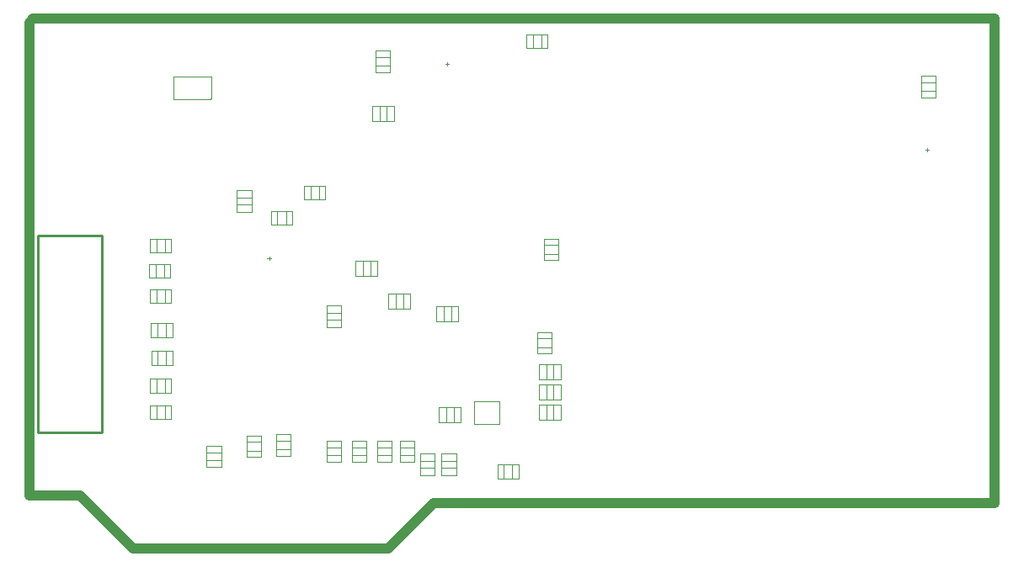
<source format=gm1>
%FSTAX23Y23*%
%MOIN*%
%SFA1B1*%

%IPPOS*%
%ADD15C,0.010000*%
%ADD93C,0.039370*%
%ADD94C,0.001970*%
%ADD95C,0.000000*%
%ADD96C,0.003940*%
%LNpowerboard-1*%
%LPD*%
G54D15*
X01024Y03156D02*
Y03546D01*
Y03156D02*
X01276D01*
Y03936*
X01024D02*
X01276D01*
X01024Y03546D02*
Y03936D01*
G54D93*
X0099Y0478D02*
X01005Y04795D01*
X0099Y02905D02*
Y0478D01*
Y02905D02*
X0119D01*
X014Y02695*
X0241*
X0259Y02875*
X0481*
Y04795*
X01005D02*
X0481D01*
G54D94*
X02751Y03187D02*
Y03234D01*
Y03187D02*
X02849D01*
X02751Y03232D02*
Y03279D01*
X02849Y03232D02*
Y03279D01*
Y03187D02*
Y03234D01*
X02751Y03279D02*
X02849D01*
G54D95*
X03007Y03366D02*
Y03424D01*
X03036D02*
X03064D01*
X03093Y03366D02*
Y03424D01*
X03036Y03366D02*
X03064D01*
Y03424D02*
X03093D01*
X03064Y03366D02*
X03093D01*
X03064D02*
Y03424D01*
X03007Y03366D02*
X03036D01*
X03007Y03424D02*
X03036D01*
Y03366D02*
Y03424D01*
X03007Y03286D02*
Y03344D01*
X03036D02*
X03064D01*
X03093Y03286D02*
Y03344D01*
X03036Y03286D02*
X03064D01*
Y03344D02*
X03093D01*
X03064Y03286D02*
X03093D01*
X03064D02*
Y03344D01*
X03007Y03286D02*
X03036D01*
X03007Y03344D02*
X03036D01*
Y03286D02*
Y03344D01*
X03007Y03206D02*
Y03264D01*
X03036D02*
X03064D01*
X03093Y03206D02*
Y03264D01*
X03036Y03206D02*
X03064D01*
Y03264D02*
X03093D01*
X03064Y03206D02*
X03093D01*
X03064D02*
Y03264D01*
X03007Y03206D02*
X03036D01*
X03007Y03264D02*
X03036D01*
Y03206D02*
Y03264D01*
X02958Y04677D02*
Y04733D01*
X02983D02*
X03017D01*
X03042Y04677D02*
Y04733D01*
X02983Y04677D02*
X03017D01*
Y04733D02*
X03042D01*
X03017Y04677D02*
X03042D01*
X03017D02*
Y04733D01*
X02958Y04677D02*
X02983D01*
X02958Y04733D02*
X02983D01*
Y04677D02*
Y04733D01*
X04522Y04508D02*
X04578D01*
X04522Y04483D02*
Y04508D01*
X04578Y04483D02*
Y04508D01*
X04522Y04542D02*
X04578D01*
Y04567*
X04522Y04542D02*
Y04567D01*
X04578Y04508D02*
Y04542D01*
X04522Y04567D02*
X04578D01*
X04522Y04508D02*
Y04542D01*
Y04483D02*
X04578D01*
X01852Y03058D02*
X01908D01*
X01852Y03083D02*
Y03117D01*
Y03142D02*
X01908D01*
Y03083D02*
Y03117D01*
X01852D02*
Y03142D01*
X01908Y03117D02*
Y03142D01*
X01852Y03117D02*
X01908D01*
Y03058D02*
Y03083D01*
X01852Y03058D02*
Y03083D01*
X01908*
X02927Y02972D02*
Y03028D01*
X02868Y02972D02*
X02902D01*
X02843D02*
Y03028D01*
X02868D02*
X02902D01*
X02843Y02972D02*
X02868D01*
X02843Y03028D02*
X02868D01*
Y02972D02*
Y03028D01*
X02902D02*
X02927D01*
X02902Y02972D02*
X02927D01*
X02902D02*
Y03028D01*
X02612Y03196D02*
Y03254D01*
X02641D02*
X02669D01*
X02698Y03196D02*
Y03254D01*
X02641Y03196D02*
X02669D01*
Y03254D02*
X02698D01*
X02669Y03196D02*
X02698D01*
X02669D02*
Y03254D01*
X02612Y03196D02*
X02641D01*
X02612Y03254D02*
X02641D01*
Y03196D02*
Y03254D01*
X02498Y03646D02*
Y03704D01*
X02441Y03646D02*
X02469D01*
X02412D02*
Y03704D01*
X02441D02*
X02469D01*
X02412Y03646D02*
X02441D01*
X02412Y03704D02*
X02441D01*
Y03646D02*
Y03704D01*
X02469D02*
X02498D01*
X02469Y03646D02*
X02498D01*
X02469D02*
Y03704D01*
X02282Y03776D02*
Y03834D01*
X02311D02*
X02339D01*
X02368Y03776D02*
Y03834D01*
X02311Y03776D02*
X02339D01*
Y03834D02*
X02368D01*
X02339Y03776D02*
X02368D01*
X02339D02*
Y03834D01*
X02282Y03776D02*
X02311D01*
X02282Y03834D02*
X02311D01*
Y03776D02*
Y03834D01*
X02362Y04608D02*
X02418D01*
X02362Y04583D02*
Y04608D01*
X02418Y04583D02*
Y04608D01*
X02362Y04642D02*
X02418D01*
Y04667*
X02362Y04642D02*
Y04667D01*
X02418Y04608D02*
Y04642D01*
X02362Y04667D02*
X02418D01*
X02362Y04608D02*
Y04642D01*
Y04583D02*
X02418D01*
X02621Y02985D02*
X02679D01*
X02621Y03014D02*
Y03042D01*
Y03071D02*
X02679D01*
Y03014D02*
Y03042D01*
X02621D02*
Y03071D01*
X02679Y03042D02*
Y03071D01*
X02621Y03042D02*
X02679D01*
Y02985D02*
Y03014D01*
X02621Y02985D02*
Y03014D01*
X02679*
X02536Y02985D02*
X02594D01*
X02536Y03014D02*
Y03042D01*
Y03071D02*
X02594D01*
Y03014D02*
Y03042D01*
X02536D02*
Y03071D01*
X02594Y03042D02*
Y03071D01*
X02536Y03042D02*
X02594D01*
Y02985D02*
Y03014D01*
X02536Y02985D02*
Y03014D01*
X02594*
X02456Y03037D02*
X02514D01*
X02456Y03066D02*
Y03094D01*
Y03123D02*
X02514D01*
Y03066D02*
Y03094D01*
X02456D02*
Y03123D01*
X02514Y03094D02*
Y03123D01*
X02456Y03094D02*
X02514D01*
Y03037D02*
Y03066D01*
X02456Y03037D02*
Y03066D01*
X02514*
X02366Y03037D02*
X02424D01*
X02366Y03066D02*
Y03094D01*
Y03123D02*
X02424D01*
Y03066D02*
Y03094D01*
X02366D02*
Y03123D01*
X02424Y03094D02*
Y03123D01*
X02366Y03094D02*
X02424D01*
Y03037D02*
Y03066D01*
X02366Y03037D02*
Y03066D01*
X02424*
X02266Y03037D02*
X02324D01*
X02266Y03066D02*
Y03094D01*
Y03123D02*
X02324D01*
Y03066D02*
Y03094D01*
X02266D02*
Y03123D01*
X02324Y03094D02*
Y03123D01*
X02266Y03094D02*
X02324D01*
Y03037D02*
Y03066D01*
X02266Y03037D02*
Y03066D01*
X02324*
X02166Y03037D02*
X02224D01*
X02166Y03066D02*
Y03094D01*
Y03123D02*
X02224D01*
Y03066D02*
Y03094D01*
X02166D02*
Y03123D01*
X02224Y03094D02*
Y03123D01*
X02166Y03094D02*
X02224D01*
Y03037D02*
Y03066D01*
X02166Y03037D02*
Y03066D01*
X02224*
X01468Y03207D02*
Y03263D01*
X01493D02*
X01527D01*
X01552Y03207D02*
Y03263D01*
X01493Y03207D02*
X01527D01*
Y03263D02*
X01552D01*
X01527Y03207D02*
X01552D01*
X01527D02*
Y03263D01*
X01468Y03207D02*
X01493D01*
X01468Y03263D02*
X01493D01*
Y03207D02*
Y03263D01*
X01468Y03312D02*
Y03368D01*
X01493D02*
X01527D01*
X01552Y03312D02*
Y03368D01*
X01493Y03312D02*
X01527D01*
Y03368D02*
X01552D01*
X01527Y03312D02*
X01552D01*
X01527D02*
Y03368D01*
X01468Y03312D02*
X01493D01*
X01468Y03368D02*
X01493D01*
Y03312D02*
Y03368D01*
X01473Y03422D02*
Y03478D01*
X01498D02*
X01532D01*
X01557Y03422D02*
Y03478D01*
X01498Y03422D02*
X01532D01*
Y03478D02*
X01557D01*
X01532Y03422D02*
X01557D01*
X01532D02*
Y03478D01*
X01473Y03422D02*
X01498D01*
X01473Y03478D02*
X01498D01*
Y03422D02*
Y03478D01*
X01472Y03532D02*
Y03588D01*
X01497D02*
X01531D01*
X01556Y03532D02*
Y03588D01*
X01497Y03532D02*
X01531D01*
Y03588D02*
X01556D01*
X01531Y03532D02*
X01556D01*
X01531D02*
Y03588D01*
X01472Y03532D02*
X01497D01*
X01472Y03588D02*
X01497D01*
Y03532D02*
Y03588D01*
X01468Y03667D02*
Y03723D01*
X01493D02*
X01527D01*
X01552Y03667D02*
Y03723D01*
X01493Y03667D02*
X01527D01*
Y03723D02*
X01552D01*
X01527Y03667D02*
X01552D01*
X01527D02*
Y03723D01*
X01468Y03667D02*
X01493D01*
X01468Y03723D02*
X01493D01*
Y03667D02*
Y03723D01*
X01464Y03767D02*
Y03823D01*
X01489D02*
X01523D01*
X01548Y03767D02*
Y03823D01*
X01489Y03767D02*
X01523D01*
Y03823D02*
X01548D01*
X01523Y03767D02*
X01548D01*
X01523D02*
Y03823D01*
X01464Y03767D02*
X01489D01*
X01464Y03823D02*
X01489D01*
Y03767D02*
Y03823D01*
X02162Y04077D02*
Y04133D01*
X02103Y04077D02*
X02137D01*
X02078D02*
Y04133D01*
X02103D02*
X02137D01*
X02078Y04077D02*
X02103D01*
X02078Y04133D02*
X02103D01*
Y04077D02*
Y04133D01*
X02137D02*
X02162D01*
X02137Y04077D02*
X02162D01*
X02137D02*
Y04133D01*
X01811Y04058D02*
X01869D01*
X01811Y04029D02*
Y04058D01*
X01869Y04029D02*
Y04058D01*
X01811Y04086D02*
X01869D01*
Y04115*
X01811Y04086D02*
Y04115D01*
X01869Y04058D02*
Y04086D01*
X01811Y04115D02*
X01869D01*
X01811Y04058D02*
Y04086D01*
Y04029D02*
X01869D01*
X02376Y0439D02*
Y04448D01*
X02347D02*
X02376D01*
X02347Y0439D02*
X02376D01*
X02404D02*
Y04448D01*
Y0439D02*
X02433D01*
X02404Y04448D02*
X02433D01*
X02376Y0439D02*
X02404D01*
X02433D02*
Y04448D01*
X02376D02*
X02404D01*
X02347Y0439D02*
Y04448D01*
X01972Y03977D02*
Y04033D01*
X01947D02*
X01972D01*
X01947Y03977D02*
X01972D01*
X02006D02*
Y04033D01*
Y03977D02*
X02031D01*
X02006Y04033D02*
X02031D01*
X01972Y03977D02*
X02006D01*
X02031D02*
Y04033D01*
X01972D02*
X02006D01*
X01947Y03977D02*
Y04033D01*
X01691Y03046D02*
X01749D01*
X01691Y03017D02*
Y03046D01*
X01749Y03017D02*
Y03046D01*
X01691Y03074D02*
X01749D01*
Y03103*
X01691Y03074D02*
Y03103D01*
X01749Y03046D02*
Y03074D01*
X01691Y03103D02*
X01749D01*
X01691Y03046D02*
Y03074D01*
Y03017D02*
X01749D01*
X03027Y03863D02*
X03083D01*
X03027Y03838D02*
Y03863D01*
X03083Y03838D02*
Y03863D01*
X03027Y03897D02*
X03083D01*
Y03922*
X03027Y03897D02*
Y03922D01*
X03083Y03863D02*
Y03897D01*
X03027Y03922D02*
X03083D01*
X03027Y03863D02*
Y03897D01*
Y03838D02*
X03083D01*
X02631Y03596D02*
Y03654D01*
X02602D02*
X02631D01*
X02602Y03596D02*
X02631D01*
X02659D02*
Y03654D01*
Y03596D02*
X02688D01*
X02659Y03654D02*
X02688D01*
X02631Y03596D02*
X02659D01*
X02688D02*
Y03654D01*
X02631D02*
X02659D01*
X02602Y03596D02*
Y03654D01*
X01493Y03867D02*
Y03923D01*
X01468D02*
X01493D01*
X01468Y03867D02*
X01493D01*
X01527D02*
Y03923D01*
Y03867D02*
X01552D01*
X01527Y03923D02*
X01552D01*
X01493Y03867D02*
X01527D01*
X01552D02*
Y03923D01*
X01493D02*
X01527D01*
X01468Y03867D02*
Y03923D01*
X03002Y03493D02*
X03058D01*
X03002Y03468D02*
Y03493D01*
X03058Y03468D02*
Y03493D01*
X03002Y03527D02*
X03058D01*
Y03552*
X03002Y03527D02*
Y03552D01*
X03058Y03493D02*
Y03527D01*
X03002Y03552D02*
X03058D01*
X03002Y03493D02*
Y03527D01*
Y03468D02*
X03058D01*
X02166Y03629D02*
X02224D01*
Y03658*
X02166Y03629D02*
Y03658D01*
Y03601D02*
X02224D01*
X02166Y03572D02*
Y03601D01*
X02224Y03572D02*
Y03601D01*
X02166D02*
Y03629D01*
Y03572D02*
X02224D01*
Y03601D02*
Y03629D01*
X02166Y03658D02*
X02224D01*
X01967Y03122D02*
X02023D01*
Y03147*
X01967Y03122D02*
Y03147D01*
Y03088D02*
X02023D01*
X01967Y03063D02*
Y03088D01*
X02023Y03063D02*
Y03088D01*
X01967D02*
Y03122D01*
Y03063D02*
X02023D01*
Y03088D02*
Y03122D01*
X01967Y03147D02*
X02023D01*
G54D96*
X04545Y04267D02*
Y04282D01*
X04537Y04275D02*
X04552D01*
X02645Y04607D02*
Y04622D01*
X02637Y04615D02*
X02652D01*
X0156Y04475D02*
Y04565D01*
X0171*
Y0448D02*
Y04565D01*
X01705Y04475D02*
X0171Y0448D01*
X0156Y04475D02*
X01705D01*
X0194Y03837D02*
Y03852D01*
X01932Y03845D02*
X01947D01*
M02*
</source>
